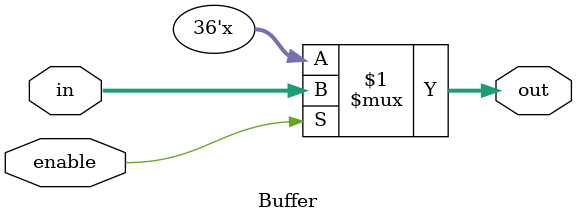
<source format=v>
module Buffer(in, enable, out);
    parameter WIDTH = 36;
    input [WIDTH-1:0] in;
    input enable;
    output [WIDTH-1:0] out;
    assign out = enable ? in : {WIDTH{1'bz}};
endmodule
</source>
